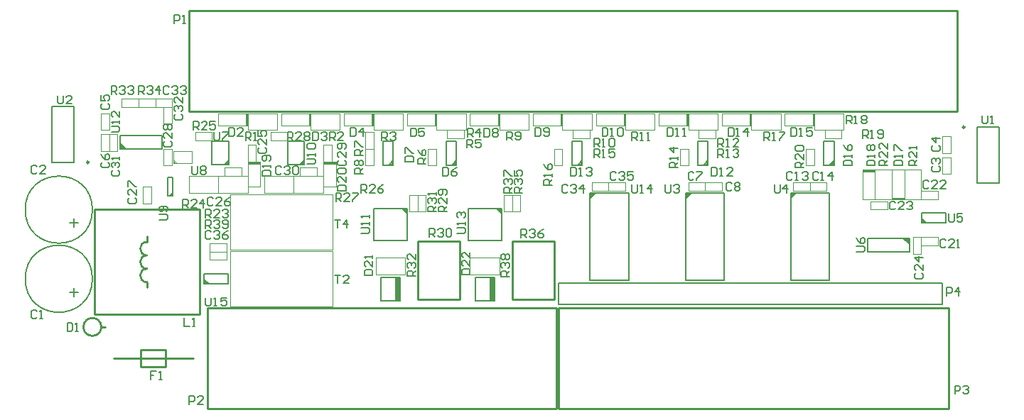
<source format=gto>
%FSLAX44Y44*%
%MOMM*%
G71*
G01*
G75*
G04 Layer_Color=65535*
%ADD10C,0.3000*%
%ADD11C,0.5000*%
%ADD12O,2.1500X0.6000*%
%ADD13R,3.0000X1.6000*%
%ADD14R,6.2000X5.8000*%
%ADD15O,0.7000X2.5000*%
%ADD16R,2.7000X1.0000*%
%ADD17R,2.7000X3.3000*%
%ADD18R,0.6300X0.8300*%
%ADD19R,1.0000X1.5000*%
G04:AMPARAMS|DCode=20|XSize=0.6mm|YSize=1.3mm|CornerRadius=0.15mm|HoleSize=0mm|Usage=FLASHONLY|Rotation=180.000|XOffset=0mm|YOffset=0mm|HoleType=Round|Shape=RoundedRectangle|*
%AMROUNDEDRECTD20*
21,1,0.6000,1.0000,0,0,180.0*
21,1,0.3000,1.3000,0,0,180.0*
1,1,0.3000,-0.1500,0.5000*
1,1,0.3000,0.1500,0.5000*
1,1,0.3000,0.1500,-0.5000*
1,1,0.3000,-0.1500,-0.5000*
%
%ADD20ROUNDEDRECTD20*%
%ADD21R,5.5000X3.2000*%
%ADD22R,0.6000X0.6000*%
%ADD23R,0.6000X0.6000*%
%ADD24R,0.9000X0.6000*%
%ADD25R,0.8300X0.6300*%
%ADD26R,1.0000X0.8000*%
%ADD27R,1.5000X2.1000*%
%ADD28R,3.0000X3.7500*%
%ADD29R,1.5000X1.0000*%
%ADD30R,0.6000X1.1000*%
%ADD31O,1.7000X0.3000*%
%ADD32R,0.4500X0.6000*%
%ADD33R,0.8000X0.4500*%
%ADD34C,1.8000*%
%ADD35C,2.0000*%
%ADD36C,0.7500*%
%ADD37C,1.0000*%
%ADD38C,1.5000*%
%ADD39C,0.2600*%
%ADD40C,0.2500*%
%ADD41C,2.5000*%
%ADD42C,1.5000*%
%ADD43R,1.5000X1.5000*%
%ADD44C,6.0000*%
%ADD45C,1.6000*%
%ADD46C,0.7000*%
%ADD47R,0.8000X1.0000*%
%ADD48C,0.7000*%
%ADD49C,0.1700*%
%ADD50C,0.2000*%
%ADD51C,0.2540*%
%ADD52C,0.1000*%
%ADD53C,0.1500*%
G36*
X675500Y252250D02*
X675500Y259500D01*
X682750Y259500D01*
X675500Y252250D01*
D02*
G37*
G36*
X914500Y252250D02*
Y259500D01*
X921750D01*
X914500Y252250D01*
D02*
G37*
G36*
X789500D02*
Y259500D01*
X796750D01*
X789500Y252250D01*
D02*
G37*
G36*
X335000Y293500D02*
X328000D01*
X335000Y300500D01*
X335000D01*
Y293500D01*
D02*
G37*
G36*
X245000Y293500D02*
X238000D01*
X245000Y300500D01*
X245000D01*
Y293500D01*
D02*
G37*
G36*
X178000Y256501D02*
X177999Y256500D01*
X173000D01*
X178000Y261500D01*
Y256501D01*
D02*
G37*
D40*
X1121750Y338500D02*
G03*
X1121750Y338500I-1250J0D01*
G01*
X78250Y296500D02*
G03*
X78250Y296500I-1250J0D01*
G01*
D49*
X530000Y203500D02*
Y241500D01*
X570000D01*
X530000Y203500D02*
X570000D01*
Y241500D01*
X568000D02*
X570000Y239500D01*
X566000Y241500D02*
X570000Y237500D01*
X564000Y241500D02*
X570000Y235500D01*
X417500Y203500D02*
Y241500D01*
X457500D01*
X417500Y203500D02*
X457500D01*
Y241500D01*
X455500D02*
X457500Y239500D01*
X453500Y241500D02*
X457500Y237500D01*
X451500Y241500D02*
X457500Y235500D01*
X1100000Y137500D02*
Y147497D01*
X1104998D01*
X1106665Y145831D01*
Y142498D01*
X1104998Y140832D01*
X1100000D01*
X1114995Y137500D02*
Y147497D01*
X1109997Y142498D01*
X1116661D01*
X1110000Y20000D02*
Y29997D01*
X1114998D01*
X1116665Y28331D01*
Y24998D01*
X1114998Y23332D01*
X1110000D01*
X1119997Y28331D02*
X1121663Y29997D01*
X1124995D01*
X1126661Y28331D01*
Y26665D01*
X1124995Y24998D01*
X1123329D01*
X1124995D01*
X1126661Y23332D01*
Y21666D01*
X1124995Y20000D01*
X1121663D01*
X1119997Y21666D01*
X197500Y7500D02*
Y17497D01*
X202498D01*
X204165Y15831D01*
Y12498D01*
X202498Y10832D01*
X197500D01*
X214161Y7500D02*
X207497D01*
X214161Y14165D01*
Y15831D01*
X212495Y17497D01*
X209163D01*
X207497Y15831D01*
X180000Y462500D02*
Y472497D01*
X184998D01*
X186665Y470831D01*
Y467498D01*
X184998Y465832D01*
X180000D01*
X189997Y462500D02*
X193329D01*
X191663D01*
Y472497D01*
X189997Y470831D01*
X16665Y118331D02*
X14998Y119997D01*
X11666D01*
X10000Y118331D01*
Y111666D01*
X11666Y110000D01*
X14998D01*
X16665Y111666D01*
X19997Y110000D02*
X23329D01*
X21663D01*
Y119997D01*
X19997Y118331D01*
X16665Y290831D02*
X14998Y292497D01*
X11666D01*
X10000Y290831D01*
Y284166D01*
X11666Y282500D01*
X14998D01*
X16665Y284166D01*
X26661Y282500D02*
X19997D01*
X26661Y289165D01*
Y290831D01*
X24995Y292497D01*
X21663D01*
X19997Y290831D01*
X1084169Y291665D02*
X1082503Y289998D01*
Y286666D01*
X1084169Y285000D01*
X1090834D01*
X1092500Y286666D01*
Y289998D01*
X1090834Y291665D01*
X1084169Y294997D02*
X1082503Y296663D01*
Y299995D01*
X1084169Y301661D01*
X1085835D01*
X1087502Y299995D01*
Y298329D01*
Y299995D01*
X1089168Y301661D01*
X1090834D01*
X1092500Y299995D01*
Y296663D01*
X1090834Y294997D01*
X1084169Y316665D02*
X1082503Y314998D01*
Y311666D01*
X1084169Y310000D01*
X1090834D01*
X1092500Y311666D01*
Y314998D01*
X1090834Y316665D01*
X1092500Y324995D02*
X1082503D01*
X1087502Y319997D01*
Y326661D01*
X94169Y366665D02*
X92503Y364998D01*
Y361666D01*
X94169Y360000D01*
X100834D01*
X102500Y361666D01*
Y364998D01*
X100834Y366665D01*
X92503Y376661D02*
Y369997D01*
X97502D01*
X95836Y373329D01*
Y374995D01*
X97502Y376661D01*
X100834D01*
X102500Y374995D01*
Y371663D01*
X100834Y369997D01*
X94169Y296665D02*
X92503Y294998D01*
Y291666D01*
X94169Y290000D01*
X100834D01*
X102500Y291666D01*
Y294998D01*
X100834Y296665D01*
X92503Y306661D02*
X94169Y303329D01*
X97502Y299997D01*
X100834D01*
X102500Y301663D01*
Y304995D01*
X100834Y306661D01*
X99168D01*
X97502Y304995D01*
Y299997D01*
X799165Y283331D02*
X797498Y284997D01*
X794166D01*
X792500Y283331D01*
Y276666D01*
X794166Y275000D01*
X797498D01*
X799165Y276666D01*
X802497Y284997D02*
X809161D01*
Y283331D01*
X802497Y276666D01*
Y275000D01*
X844165Y270831D02*
X842498Y272497D01*
X839166D01*
X837500Y270831D01*
Y264166D01*
X839166Y262500D01*
X842498D01*
X844165Y264166D01*
X847497Y270831D02*
X849163Y272497D01*
X852495D01*
X854161Y270831D01*
Y269165D01*
X852495Y267498D01*
X854161Y265832D01*
Y264166D01*
X852495Y262500D01*
X849163D01*
X847497Y264166D01*
Y265832D01*
X849163Y267498D01*
X847497Y269165D01*
Y270831D01*
X849163Y267498D02*
X852495D01*
X916665Y283331D02*
X914998Y284997D01*
X911666D01*
X910000Y283331D01*
Y276666D01*
X911666Y275000D01*
X914998D01*
X916665Y276666D01*
X919997Y275000D02*
X923329D01*
X921663D01*
Y284997D01*
X919997Y283331D01*
X928327D02*
X929994Y284997D01*
X933326D01*
X934992Y283331D01*
Y281665D01*
X933326Y279998D01*
X931660D01*
X933326D01*
X934992Y278332D01*
Y276666D01*
X933326Y275000D01*
X929994D01*
X928327Y276666D01*
X947414Y283331D02*
X945748Y284997D01*
X942416D01*
X940750Y283331D01*
Y276666D01*
X942416Y275000D01*
X945748D01*
X947414Y276666D01*
X950747Y275000D02*
X954079D01*
X952413D01*
Y284997D01*
X950747Y283331D01*
X964076Y275000D02*
Y284997D01*
X959077Y279998D01*
X965742D01*
X1099165Y203331D02*
X1097498Y204997D01*
X1094166D01*
X1092500Y203331D01*
Y196666D01*
X1094166Y195000D01*
X1097498D01*
X1099165Y196666D01*
X1109161Y195000D02*
X1102497D01*
X1109161Y201665D01*
Y203331D01*
X1107495Y204997D01*
X1104163D01*
X1102497Y203331D01*
X1112494Y195000D02*
X1115826D01*
X1114160D01*
Y204997D01*
X1112494Y203331D01*
X1079165Y273331D02*
X1077498Y274997D01*
X1074166D01*
X1072500Y273331D01*
Y266666D01*
X1074166Y265000D01*
X1077498D01*
X1079165Y266666D01*
X1089161Y265000D02*
X1082497D01*
X1089161Y271665D01*
Y273331D01*
X1087495Y274997D01*
X1084163D01*
X1082497Y273331D01*
X1099158Y265000D02*
X1092494D01*
X1099158Y271665D01*
Y273331D01*
X1097492Y274997D01*
X1094160D01*
X1092494Y273331D01*
X1039165Y248331D02*
X1037498Y249997D01*
X1034166D01*
X1032500Y248331D01*
Y241666D01*
X1034166Y240000D01*
X1037498D01*
X1039165Y241666D01*
X1049161Y240000D02*
X1042497D01*
X1049161Y246665D01*
Y248331D01*
X1047495Y249997D01*
X1044163D01*
X1042497Y248331D01*
X1052494D02*
X1054160Y249997D01*
X1057492D01*
X1059158Y248331D01*
Y246665D01*
X1057492Y244998D01*
X1055826D01*
X1057492D01*
X1059158Y243332D01*
Y241666D01*
X1057492Y240000D01*
X1054160D01*
X1052494Y241666D01*
X1064169Y164165D02*
X1062503Y162498D01*
Y159166D01*
X1064169Y157500D01*
X1070834D01*
X1072500Y159166D01*
Y162498D01*
X1070834Y164165D01*
X1072500Y174161D02*
Y167497D01*
X1065835Y174161D01*
X1064169D01*
X1062503Y172495D01*
Y169163D01*
X1064169Y167497D01*
X1072500Y182492D02*
X1062503D01*
X1067502Y177493D01*
Y184158D01*
X281669Y314165D02*
X280003Y312498D01*
Y309166D01*
X281669Y307500D01*
X288334D01*
X290000Y309166D01*
Y312498D01*
X288334Y314165D01*
X290000Y324161D02*
Y317497D01*
X283335Y324161D01*
X281669D01*
X280003Y322495D01*
Y319163D01*
X281669Y317497D01*
X280003Y334158D02*
Y327494D01*
X285002D01*
X283335Y330826D01*
Y332492D01*
X285002Y334158D01*
X288334D01*
X290000Y332492D01*
Y329160D01*
X288334Y327494D01*
X226665Y253331D02*
X224998Y254997D01*
X221666D01*
X220000Y253331D01*
Y246666D01*
X221666Y245000D01*
X224998D01*
X226665Y246666D01*
X236661Y245000D02*
X229997D01*
X236661Y251665D01*
Y253331D01*
X234995Y254997D01*
X231663D01*
X229997Y253331D01*
X246658Y254997D02*
X243326Y253331D01*
X239994Y249998D01*
Y246666D01*
X241660Y245000D01*
X244992D01*
X246658Y246666D01*
Y248332D01*
X244992Y249998D01*
X239994D01*
X126669Y254165D02*
X125003Y252498D01*
Y249166D01*
X126669Y247500D01*
X133334D01*
X135000Y249166D01*
Y252498D01*
X133334Y254165D01*
X135000Y264161D02*
Y257497D01*
X128336Y264161D01*
X126669D01*
X125003Y262495D01*
Y259163D01*
X126669Y257497D01*
X125003Y267493D02*
Y274158D01*
X126669D01*
X133334Y267493D01*
X135000D01*
X169169Y321665D02*
X167503Y319998D01*
Y316666D01*
X169169Y315000D01*
X175834D01*
X177500Y316666D01*
Y319998D01*
X175834Y321665D01*
X177500Y331661D02*
Y324997D01*
X170835Y331661D01*
X169169D01*
X167503Y329995D01*
Y326663D01*
X169169Y324997D01*
Y334994D02*
X167503Y336660D01*
Y339992D01*
X169169Y341658D01*
X170835D01*
X172502Y339992D01*
X174168Y341658D01*
X175834D01*
X177500Y339992D01*
Y336660D01*
X175834Y334994D01*
X174168D01*
X172502Y336660D01*
X170835Y334994D01*
X169169D01*
X172502Y336660D02*
Y339992D01*
X376669Y299165D02*
X375003Y297498D01*
Y294166D01*
X376669Y292500D01*
X383334D01*
X385000Y294166D01*
Y297498D01*
X383334Y299165D01*
X385000Y309161D02*
Y302497D01*
X378335Y309161D01*
X376669D01*
X375003Y307495D01*
Y304163D01*
X376669Y302497D01*
X383334Y312494D02*
X385000Y314160D01*
Y317492D01*
X383334Y319158D01*
X376669D01*
X375003Y317492D01*
Y314160D01*
X376669Y312494D01*
X378335D01*
X380002Y314160D01*
Y319158D01*
X307915Y290331D02*
X306248Y291997D01*
X302916D01*
X301250Y290331D01*
Y283666D01*
X302916Y282000D01*
X306248D01*
X307915Y283666D01*
X311247Y290331D02*
X312913Y291997D01*
X316245D01*
X317911Y290331D01*
Y288664D01*
X316245Y286998D01*
X314579D01*
X316245D01*
X317911Y285332D01*
Y283666D01*
X316245Y282000D01*
X312913D01*
X311247Y283666D01*
X321244Y290331D02*
X322910Y291997D01*
X326242D01*
X327908Y290331D01*
Y283666D01*
X326242Y282000D01*
X322910D01*
X321244Y283666D01*
Y290331D01*
X106669Y286665D02*
X105003Y284998D01*
Y281666D01*
X106669Y280000D01*
X113334D01*
X115000Y281666D01*
Y284998D01*
X113334Y286665D01*
X106669Y289997D02*
X105003Y291663D01*
Y294995D01*
X106669Y296661D01*
X108336D01*
X110002Y294995D01*
Y293329D01*
Y294995D01*
X111668Y296661D01*
X113334D01*
X115000Y294995D01*
Y291663D01*
X113334Y289997D01*
X115000Y299994D02*
Y303326D01*
Y301660D01*
X105003D01*
X106669Y299994D01*
X181669Y354165D02*
X180003Y352498D01*
Y349166D01*
X181669Y347500D01*
X188334D01*
X190000Y349166D01*
Y352498D01*
X188334Y354165D01*
X181669Y357497D02*
X180003Y359163D01*
Y362495D01*
X181669Y364161D01*
X183335D01*
X185002Y362495D01*
Y360829D01*
Y362495D01*
X186668Y364161D01*
X188334D01*
X190000Y362495D01*
Y359163D01*
X188334Y357497D01*
X190000Y374158D02*
Y367494D01*
X183335Y374158D01*
X181669D01*
X180003Y372492D01*
Y369160D01*
X181669Y367494D01*
X174165Y385831D02*
X172498Y387497D01*
X169166D01*
X167500Y385831D01*
Y379166D01*
X169166Y377500D01*
X172498D01*
X174165Y379166D01*
X177497Y385831D02*
X179163Y387497D01*
X182495D01*
X184161Y385831D01*
Y384165D01*
X182495Y382498D01*
X180829D01*
X182495D01*
X184161Y380832D01*
Y379166D01*
X182495Y377500D01*
X179163D01*
X177497Y379166D01*
X187494Y385831D02*
X189160Y387497D01*
X192492D01*
X194158Y385831D01*
Y384165D01*
X192492Y382498D01*
X190826D01*
X192492D01*
X194158Y380832D01*
Y379166D01*
X192492Y377500D01*
X189160D01*
X187494Y379166D01*
X649165Y268331D02*
X647498Y269997D01*
X644166D01*
X642500Y268331D01*
Y261666D01*
X644166Y260000D01*
X647498D01*
X649165Y261666D01*
X652497Y268331D02*
X654163Y269997D01*
X657495D01*
X659161Y268331D01*
Y266665D01*
X657495Y264998D01*
X655829D01*
X657495D01*
X659161Y263332D01*
Y261666D01*
X657495Y260000D01*
X654163D01*
X652497Y261666D01*
X667492Y260000D02*
Y269997D01*
X662494Y264998D01*
X669158D01*
X706665Y283331D02*
X704998Y284997D01*
X701666D01*
X700000Y283331D01*
Y276666D01*
X701666Y275000D01*
X704998D01*
X706665Y276666D01*
X709997Y283331D02*
X711663Y284997D01*
X714995D01*
X716661Y283331D01*
Y281665D01*
X714995Y279998D01*
X713329D01*
X714995D01*
X716661Y278332D01*
Y276666D01*
X714995Y275000D01*
X711663D01*
X709997Y276666D01*
X726658Y284997D02*
X719994D01*
Y279998D01*
X723326Y281665D01*
X724992D01*
X726658Y279998D01*
Y276666D01*
X724992Y275000D01*
X721660D01*
X719994Y276666D01*
X224165Y213331D02*
X222498Y214997D01*
X219166D01*
X217500Y213331D01*
Y206666D01*
X219166Y205000D01*
X222498D01*
X224165Y206666D01*
X227497Y213331D02*
X229163Y214997D01*
X232495D01*
X234161Y213331D01*
Y211665D01*
X232495Y209998D01*
X230829D01*
X232495D01*
X234161Y208332D01*
Y206666D01*
X232495Y205000D01*
X229163D01*
X227497Y206666D01*
X244158Y214997D02*
X240826Y213331D01*
X237494Y209998D01*
Y206666D01*
X239160Y205000D01*
X242492D01*
X244158Y206666D01*
Y208332D01*
X242492Y209998D01*
X237494D01*
X52500Y104997D02*
Y95000D01*
X57498D01*
X59165Y96666D01*
Y103331D01*
X57498Y104997D01*
X52500D01*
X62497Y95000D02*
X65829D01*
X64163D01*
Y104997D01*
X62497Y103331D01*
X245000Y337497D02*
Y327500D01*
X249998D01*
X251665Y329166D01*
Y335831D01*
X249998Y337497D01*
X245000D01*
X261661Y327500D02*
X254997D01*
X261661Y334165D01*
Y335831D01*
X259995Y337497D01*
X256663D01*
X254997Y335831D01*
X345000Y332497D02*
Y322500D01*
X349998D01*
X351665Y324166D01*
Y330831D01*
X349998Y332497D01*
X345000D01*
X354997Y330831D02*
X356663Y332497D01*
X359995D01*
X361661Y330831D01*
Y329165D01*
X359995Y327498D01*
X358329D01*
X359995D01*
X361661Y325832D01*
Y324166D01*
X359995Y322500D01*
X356663D01*
X354997Y324166D01*
X390000Y337497D02*
Y327500D01*
X394998D01*
X396665Y329166D01*
Y335831D01*
X394998Y337497D01*
X390000D01*
X404995Y327500D02*
Y337497D01*
X399997Y332498D01*
X406661D01*
X461500Y337247D02*
Y327250D01*
X466498D01*
X468164Y328916D01*
Y335581D01*
X466498Y337247D01*
X461500D01*
X478161D02*
X471497D01*
Y332248D01*
X474829Y333914D01*
X476495D01*
X478161Y332248D01*
Y328916D01*
X476495Y327250D01*
X473163D01*
X471497Y328916D01*
X500000Y289997D02*
Y280000D01*
X504998D01*
X506665Y281666D01*
Y288331D01*
X504998Y289997D01*
X500000D01*
X516661D02*
X513329Y288331D01*
X509997Y284998D01*
Y281666D01*
X511663Y280000D01*
X514995D01*
X516661Y281666D01*
Y283332D01*
X514995Y284998D01*
X509997D01*
X455003Y297500D02*
X465000D01*
Y302498D01*
X463334Y304165D01*
X456669D01*
X455003Y302498D01*
Y297500D01*
Y307497D02*
Y314161D01*
X456669D01*
X463334Y307497D01*
X465000D01*
X549250Y336747D02*
Y326750D01*
X554248D01*
X555914Y328416D01*
Y335081D01*
X554248Y336747D01*
X549250D01*
X559247Y335081D02*
X560913Y336747D01*
X564245D01*
X565911Y335081D01*
Y333414D01*
X564245Y331748D01*
X565911Y330082D01*
Y328416D01*
X564245Y326750D01*
X560913D01*
X559247Y328416D01*
Y330082D01*
X560913Y331748D01*
X559247Y333414D01*
Y335081D01*
X560913Y331748D02*
X564245D01*
X610000Y337497D02*
Y327500D01*
X614998D01*
X616665Y329166D01*
Y335831D01*
X614998Y337497D01*
X610000D01*
X619997Y329166D02*
X621663Y327500D01*
X624995D01*
X626661Y329166D01*
Y335831D01*
X624995Y337497D01*
X621663D01*
X619997Y335831D01*
Y334165D01*
X621663Y332498D01*
X626661D01*
X690000Y337497D02*
Y327500D01*
X694998D01*
X696665Y329166D01*
Y335831D01*
X694998Y337497D01*
X690000D01*
X699997Y327500D02*
X703329D01*
X701663D01*
Y337497D01*
X699997Y335831D01*
X708327D02*
X709994Y337497D01*
X713326D01*
X714992Y335831D01*
Y329166D01*
X713326Y327500D01*
X709994D01*
X708327Y329166D01*
Y335831D01*
X767500Y337497D02*
Y327500D01*
X772498D01*
X774165Y329166D01*
Y335831D01*
X772498Y337497D01*
X767500D01*
X777497Y327500D02*
X780829D01*
X779163D01*
Y337497D01*
X777497Y335831D01*
X785827Y327500D02*
X789160D01*
X787494D01*
Y337497D01*
X785827Y335831D01*
X820000Y290497D02*
Y280500D01*
X824998D01*
X826665Y282166D01*
Y288831D01*
X824998Y290497D01*
X820000D01*
X829997Y280500D02*
X833329D01*
X831663D01*
Y290497D01*
X829997Y288831D01*
X844992Y280500D02*
X838327D01*
X844992Y287164D01*
Y288831D01*
X843326Y290497D01*
X839994D01*
X838327Y288831D01*
X652500Y289997D02*
Y280000D01*
X657498D01*
X659165Y281666D01*
Y288331D01*
X657498Y289997D01*
X652500D01*
X662497Y280000D02*
X665829D01*
X664163D01*
Y289997D01*
X662497Y288331D01*
X670827D02*
X672494Y289997D01*
X675826D01*
X677492Y288331D01*
Y286665D01*
X675826Y284998D01*
X674160D01*
X675826D01*
X677492Y283332D01*
Y281666D01*
X675826Y280000D01*
X672494D01*
X670827Y281666D01*
X840000Y337497D02*
Y327500D01*
X844998D01*
X846665Y329166D01*
Y335831D01*
X844998Y337497D01*
X840000D01*
X849997Y327500D02*
X853329D01*
X851663D01*
Y337497D01*
X849997Y335831D01*
X863326Y327500D02*
Y337497D01*
X858327Y332498D01*
X864992D01*
X915000Y337497D02*
Y327500D01*
X919998D01*
X921665Y329166D01*
Y335831D01*
X919998Y337497D01*
X915000D01*
X924997Y327500D02*
X928329D01*
X926663D01*
Y337497D01*
X924997Y335831D01*
X939992Y337497D02*
X933327D01*
Y332498D01*
X936660Y334165D01*
X938326D01*
X939992Y332498D01*
Y329166D01*
X938326Y327500D01*
X934994D01*
X933327Y329166D01*
X977503Y292500D02*
X987500D01*
Y297498D01*
X985834Y299165D01*
X979169D01*
X977503Y297498D01*
Y292500D01*
X987500Y302497D02*
Y305829D01*
Y304163D01*
X977503D01*
X979169Y302497D01*
X977503Y317492D02*
X979169Y314160D01*
X982502Y310827D01*
X985834D01*
X987500Y312494D01*
Y315826D01*
X985834Y317492D01*
X984168D01*
X982502Y315826D01*
Y310827D01*
X1037503Y292500D02*
X1047500D01*
Y297498D01*
X1045834Y299165D01*
X1039169D01*
X1037503Y297498D01*
Y292500D01*
X1047500Y302497D02*
Y305829D01*
Y304163D01*
X1037503D01*
X1039169Y302497D01*
X1037503Y310827D02*
Y317492D01*
X1039169D01*
X1045834Y310827D01*
X1047500D01*
X1005003Y292500D02*
X1015000D01*
Y297498D01*
X1013334Y299165D01*
X1006669D01*
X1005003Y297498D01*
Y292500D01*
X1015000Y302497D02*
Y305829D01*
Y304163D01*
X1005003D01*
X1006669Y302497D01*
Y310827D02*
X1005003Y312494D01*
Y315826D01*
X1006669Y317492D01*
X1008335D01*
X1010002Y315826D01*
X1011668Y317492D01*
X1013334D01*
X1015000Y315826D01*
Y312494D01*
X1013334Y310827D01*
X1011668D01*
X1010002Y312494D01*
X1008335Y310827D01*
X1006669D01*
X1010002Y312494D02*
Y315826D01*
X285003Y280000D02*
X295000D01*
Y284998D01*
X293334Y286665D01*
X286669D01*
X285003Y284998D01*
Y280000D01*
X295000Y289997D02*
Y293329D01*
Y291663D01*
X285003D01*
X286669Y289997D01*
X293334Y298327D02*
X295000Y299994D01*
Y303326D01*
X293334Y304992D01*
X286669D01*
X285003Y303326D01*
Y299994D01*
X286669Y298327D01*
X288335D01*
X290002Y299994D01*
Y304992D01*
X375003Y262500D02*
X385000D01*
Y267498D01*
X383334Y269165D01*
X376669D01*
X375003Y267498D01*
Y262500D01*
X385000Y279161D02*
Y272497D01*
X378335Y279161D01*
X376669D01*
X375003Y277495D01*
Y274163D01*
X376669Y272497D01*
Y282494D02*
X375003Y284160D01*
Y287492D01*
X376669Y289158D01*
X383334D01*
X385000Y287492D01*
Y284160D01*
X383334Y282494D01*
X376669D01*
X406503Y162000D02*
X416500D01*
Y166999D01*
X414834Y168665D01*
X408170D01*
X406503Y166999D01*
Y162000D01*
X416500Y178661D02*
Y171997D01*
X409836Y178661D01*
X408170D01*
X406503Y176995D01*
Y173663D01*
X408170Y171997D01*
X416500Y181994D02*
Y185326D01*
Y183660D01*
X406503D01*
X408170Y181994D01*
X522503Y162500D02*
X532500D01*
Y167498D01*
X530834Y169165D01*
X524169D01*
X522503Y167498D01*
Y162500D01*
X532500Y179161D02*
Y172497D01*
X525835Y179161D01*
X524169D01*
X522503Y177495D01*
Y174163D01*
X524169Y172497D01*
X532500Y189158D02*
Y182494D01*
X525835Y189158D01*
X524169D01*
X522503Y187492D01*
Y184160D01*
X524169Y182494D01*
X158914Y47247D02*
X152250D01*
Y42248D01*
X155582D01*
X152250D01*
Y37250D01*
X162247D02*
X165579D01*
X163913D01*
Y47247D01*
X162247Y45581D01*
X191500Y110497D02*
Y100500D01*
X198165D01*
X201497D02*
X204829D01*
X203163D01*
Y110497D01*
X201497Y108831D01*
X265000Y322500D02*
Y332497D01*
X269998D01*
X271665Y330831D01*
Y327498D01*
X269998Y325832D01*
X265000D01*
X268332D02*
X271665Y322500D01*
X274997D02*
X278329D01*
X276663D01*
Y332497D01*
X274997Y330831D01*
X365000Y322500D02*
Y332497D01*
X369998D01*
X371665Y330831D01*
Y327498D01*
X369998Y325832D01*
X365000D01*
X368332D02*
X371665Y322500D01*
X381661D02*
X374997D01*
X381661Y329165D01*
Y330831D01*
X379995Y332497D01*
X376663D01*
X374997Y330831D01*
X427500Y322500D02*
Y332497D01*
X432498D01*
X434165Y330831D01*
Y327498D01*
X432498Y325832D01*
X427500D01*
X430832D02*
X434165Y322500D01*
X437497Y330831D02*
X439163Y332497D01*
X442495D01*
X444161Y330831D01*
Y329165D01*
X442495Y327498D01*
X440829D01*
X442495D01*
X444161Y325832D01*
Y324166D01*
X442495Y322500D01*
X439163D01*
X437497Y324166D01*
X529250Y326750D02*
Y336747D01*
X534248D01*
X535914Y335081D01*
Y331748D01*
X534248Y330082D01*
X529250D01*
X532582D02*
X535914Y326750D01*
X544245D02*
Y336747D01*
X539247Y331748D01*
X545911D01*
X528750Y313750D02*
Y323747D01*
X533748D01*
X535415Y322081D01*
Y318748D01*
X533748Y317082D01*
X528750D01*
X532082D02*
X535415Y313750D01*
X545411Y323747D02*
X538747D01*
Y318748D01*
X542079Y320415D01*
X543745D01*
X545411Y318748D01*
Y315416D01*
X543745Y313750D01*
X540413D01*
X538747Y315416D01*
X480000Y295000D02*
X470003D01*
Y299998D01*
X471669Y301665D01*
X475002D01*
X476668Y299998D01*
Y295000D01*
Y298332D02*
X480000Y301665D01*
X470003Y311661D02*
X471669Y308329D01*
X475002Y304997D01*
X478334D01*
X480000Y306663D01*
Y309995D01*
X478334Y311661D01*
X476668D01*
X475002Y309995D01*
Y304997D01*
X405000Y305000D02*
X395003D01*
Y309998D01*
X396669Y311665D01*
X400002D01*
X401668Y309998D01*
Y305000D01*
Y308332D02*
X405000Y311665D01*
X395003Y314997D02*
Y321661D01*
X396669D01*
X403334Y314997D01*
X405000D01*
Y282500D02*
X395003D01*
Y287498D01*
X396669Y289165D01*
X400002D01*
X401668Y287498D01*
Y282500D01*
Y285832D02*
X405000Y289165D01*
X396669Y292497D02*
X395003Y294163D01*
Y297495D01*
X396669Y299161D01*
X398335D01*
X400002Y297495D01*
X401668Y299161D01*
X403334D01*
X405000Y297495D01*
Y294163D01*
X403334Y292497D01*
X401668D01*
X400002Y294163D01*
X398335Y292497D01*
X396669D01*
X400002Y294163D02*
Y297495D01*
X576250Y323000D02*
Y332997D01*
X581248D01*
X582915Y331331D01*
Y327998D01*
X581248Y326332D01*
X576250D01*
X579582D02*
X582915Y323000D01*
X586247Y324666D02*
X587913Y323000D01*
X591245D01*
X592911Y324666D01*
Y331331D01*
X591245Y332997D01*
X587913D01*
X586247Y331331D01*
Y329664D01*
X587913Y327998D01*
X592911D01*
X680000Y315000D02*
Y324997D01*
X684998D01*
X686665Y323331D01*
Y319998D01*
X684998Y318332D01*
X680000D01*
X683332D02*
X686665Y315000D01*
X689997D02*
X693329D01*
X691663D01*
Y324997D01*
X689997Y323331D01*
X698327D02*
X699994Y324997D01*
X703326D01*
X704992Y323331D01*
Y316666D01*
X703326Y315000D01*
X699994D01*
X698327Y316666D01*
Y323331D01*
X725000Y322500D02*
Y332497D01*
X729998D01*
X731665Y330831D01*
Y327498D01*
X729998Y325832D01*
X725000D01*
X728332D02*
X731665Y322500D01*
X734997D02*
X738329D01*
X736663D01*
Y332497D01*
X734997Y330831D01*
X743327Y322500D02*
X746660D01*
X744994D01*
Y332497D01*
X743327Y330831D01*
X827500Y315000D02*
Y324997D01*
X832498D01*
X834165Y323331D01*
Y319998D01*
X832498Y318332D01*
X827500D01*
X830832D02*
X834165Y315000D01*
X837497D02*
X840829D01*
X839163D01*
Y324997D01*
X837497Y323331D01*
X852492Y315000D02*
X845827D01*
X852492Y321665D01*
Y323331D01*
X850826Y324997D01*
X847494D01*
X845827Y323331D01*
X827500Y302500D02*
Y312497D01*
X832498D01*
X834165Y310831D01*
Y307498D01*
X832498Y305832D01*
X827500D01*
X830832D02*
X834165Y302500D01*
X837497D02*
X840829D01*
X839163D01*
Y312497D01*
X837497Y310831D01*
X845827D02*
X847494Y312497D01*
X850826D01*
X852492Y310831D01*
Y309165D01*
X850826Y307498D01*
X849160D01*
X850826D01*
X852492Y305832D01*
Y304166D01*
X850826Y302500D01*
X847494D01*
X845827Y304166D01*
X780000Y290000D02*
X770003D01*
Y294998D01*
X771669Y296665D01*
X775002D01*
X776668Y294998D01*
Y290000D01*
Y293332D02*
X780000Y296665D01*
Y299997D02*
Y303329D01*
Y301663D01*
X770003D01*
X771669Y299997D01*
X780000Y313326D02*
X770003D01*
X775002Y308327D01*
Y314992D01*
X680000Y302500D02*
Y312497D01*
X684998D01*
X686665Y310831D01*
Y307498D01*
X684998Y305832D01*
X680000D01*
X683332D02*
X686665Y302500D01*
X689997D02*
X693329D01*
X691663D01*
Y312497D01*
X689997Y310831D01*
X704992Y312497D02*
X698327D01*
Y307498D01*
X701660Y309165D01*
X703326D01*
X704992Y307498D01*
Y304166D01*
X703326Y302500D01*
X699994D01*
X698327Y304166D01*
X630000Y269500D02*
X620003D01*
Y274498D01*
X621669Y276164D01*
X625002D01*
X626668Y274498D01*
Y269500D01*
Y272832D02*
X630000Y276164D01*
Y279497D02*
Y282829D01*
Y281163D01*
X620003D01*
X621669Y279497D01*
X620003Y294492D02*
X621669Y291160D01*
X625002Y287827D01*
X628334D01*
X630000Y289494D01*
Y292826D01*
X628334Y294492D01*
X626668D01*
X625002Y292826D01*
Y287827D01*
X882500Y322500D02*
Y332497D01*
X887498D01*
X889165Y330831D01*
Y327498D01*
X887498Y325832D01*
X882500D01*
X885832D02*
X889165Y322500D01*
X892497D02*
X895829D01*
X894163D01*
Y332497D01*
X892497Y330831D01*
X900827Y332497D02*
X907492D01*
Y330831D01*
X900827Y324166D01*
Y322500D01*
X980500Y342500D02*
Y352497D01*
X985498D01*
X987165Y350831D01*
Y347498D01*
X985498Y345832D01*
X980500D01*
X983832D02*
X987165Y342500D01*
X990497D02*
X993829D01*
X992163D01*
Y352497D01*
X990497Y350831D01*
X998827D02*
X1000494Y352497D01*
X1003826D01*
X1005492Y350831D01*
Y349165D01*
X1003826Y347498D01*
X1005492Y345832D01*
Y344166D01*
X1003826Y342500D01*
X1000494D01*
X998827Y344166D01*
Y345832D01*
X1000494Y347498D01*
X998827Y349165D01*
Y350831D01*
X1000494Y347498D02*
X1003826D01*
X1000000Y325000D02*
Y334997D01*
X1004998D01*
X1006665Y333331D01*
Y329998D01*
X1004998Y328332D01*
X1000000D01*
X1003332D02*
X1006665Y325000D01*
X1009997D02*
X1013329D01*
X1011663D01*
Y334997D01*
X1009997Y333331D01*
X1018327Y326666D02*
X1019994Y325000D01*
X1023326D01*
X1024992Y326666D01*
Y333331D01*
X1023326Y334997D01*
X1019994D01*
X1018327Y333331D01*
Y331665D01*
X1019994Y329998D01*
X1024992D01*
X930000Y290000D02*
X920003D01*
Y294998D01*
X921669Y296665D01*
X925002D01*
X926668Y294998D01*
Y290000D01*
Y293332D02*
X930000Y296665D01*
Y306661D02*
Y299997D01*
X923335Y306661D01*
X921669D01*
X920003Y304995D01*
Y301663D01*
X921669Y299997D01*
Y309994D02*
X920003Y311660D01*
Y314992D01*
X921669Y316658D01*
X928334D01*
X930000Y314992D01*
Y311660D01*
X928334Y309994D01*
X921669D01*
X1065000Y292500D02*
X1055003D01*
Y297498D01*
X1056669Y299165D01*
X1060002D01*
X1061668Y297498D01*
Y292500D01*
Y295832D02*
X1065000Y299165D01*
Y309161D02*
Y302497D01*
X1058335Y309161D01*
X1056669D01*
X1055003Y307495D01*
Y304163D01*
X1056669Y302497D01*
X1065000Y312494D02*
Y315826D01*
Y314160D01*
X1055003D01*
X1056669Y312494D01*
X1030000Y292500D02*
X1020003D01*
Y297498D01*
X1021669Y299165D01*
X1025002D01*
X1026668Y297498D01*
Y292500D01*
Y295832D02*
X1030000Y299165D01*
Y309161D02*
Y302497D01*
X1023335Y309161D01*
X1021669D01*
X1020003Y307495D01*
Y304163D01*
X1021669Y302497D01*
X1030000Y319158D02*
Y312494D01*
X1023335Y319158D01*
X1021669D01*
X1020003Y317492D01*
Y314160D01*
X1021669Y312494D01*
X217500Y230000D02*
Y239997D01*
X222498D01*
X224165Y238331D01*
Y234998D01*
X222498Y233332D01*
X217500D01*
X220832D02*
X224165Y230000D01*
X234161D02*
X227497D01*
X234161Y236665D01*
Y238331D01*
X232495Y239997D01*
X229163D01*
X227497Y238331D01*
X237494D02*
X239160Y239997D01*
X242492D01*
X244158Y238331D01*
Y236665D01*
X242492Y234998D01*
X240826D01*
X242492D01*
X244158Y233332D01*
Y231666D01*
X242492Y230000D01*
X239160D01*
X237494Y231666D01*
X190000Y242500D02*
Y252497D01*
X194998D01*
X196665Y250831D01*
Y247498D01*
X194998Y245832D01*
X190000D01*
X193332D02*
X196665Y242500D01*
X206661D02*
X199997D01*
X206661Y249165D01*
Y250831D01*
X204995Y252497D01*
X201663D01*
X199997Y250831D01*
X214992Y242500D02*
Y252497D01*
X209994Y247498D01*
X216658D01*
X202500Y335000D02*
Y344997D01*
X207498D01*
X209165Y343331D01*
Y339998D01*
X207498Y338332D01*
X202500D01*
X205832D02*
X209165Y335000D01*
X219161D02*
X212497D01*
X219161Y341665D01*
Y343331D01*
X217495Y344997D01*
X214163D01*
X212497Y343331D01*
X229158Y344997D02*
X222494D01*
Y339998D01*
X225826Y341665D01*
X227492D01*
X229158Y339998D01*
Y336666D01*
X227492Y335000D01*
X224160D01*
X222494Y336666D01*
X402500Y260000D02*
Y269997D01*
X407498D01*
X409165Y268331D01*
Y264998D01*
X407498Y263332D01*
X402500D01*
X405832D02*
X409165Y260000D01*
X419161D02*
X412497D01*
X419161Y266665D01*
Y268331D01*
X417495Y269997D01*
X414163D01*
X412497Y268331D01*
X429158Y269997D02*
X425826Y268331D01*
X422494Y264998D01*
Y261666D01*
X424160Y260000D01*
X427492D01*
X429158Y261666D01*
Y263332D01*
X427492Y264998D01*
X422494D01*
X372500Y250000D02*
Y259997D01*
X377498D01*
X379165Y258331D01*
Y254998D01*
X377498Y253332D01*
X372500D01*
X375832D02*
X379165Y250000D01*
X389161D02*
X382497D01*
X389161Y256665D01*
Y258331D01*
X387495Y259997D01*
X384163D01*
X382497Y258331D01*
X392494Y259997D02*
X399158D01*
Y258331D01*
X392494Y251666D01*
Y250000D01*
X315000Y322500D02*
Y332497D01*
X319998D01*
X321665Y330831D01*
Y327498D01*
X319998Y325832D01*
X315000D01*
X318332D02*
X321665Y322500D01*
X331661D02*
X324997D01*
X331661Y329165D01*
Y330831D01*
X329995Y332497D01*
X326663D01*
X324997Y330831D01*
X334994D02*
X336660Y332497D01*
X339992D01*
X341658Y330831D01*
Y329165D01*
X339992Y327498D01*
X341658Y325832D01*
Y324166D01*
X339992Y322500D01*
X336660D01*
X334994Y324166D01*
Y325832D01*
X336660Y327498D01*
X334994Y329165D01*
Y330831D01*
X336660Y327498D02*
X339992D01*
X505000Y237500D02*
X495003D01*
Y242498D01*
X496669Y244165D01*
X500002D01*
X501668Y242498D01*
Y237500D01*
Y240832D02*
X505000Y244165D01*
Y254161D02*
Y247497D01*
X498335Y254161D01*
X496669D01*
X495003Y252495D01*
Y249163D01*
X496669Y247497D01*
X503334Y257494D02*
X505000Y259160D01*
Y262492D01*
X503334Y264158D01*
X496669D01*
X495003Y262492D01*
Y259160D01*
X496669Y257494D01*
X498335D01*
X500002Y259160D01*
Y264158D01*
X483750Y207750D02*
Y217747D01*
X488748D01*
X490415Y216081D01*
Y212748D01*
X488748Y211082D01*
X483750D01*
X487082D02*
X490415Y207750D01*
X493747Y216081D02*
X495413Y217747D01*
X498745D01*
X500411Y216081D01*
Y214415D01*
X498745Y212748D01*
X497079D01*
X498745D01*
X500411Y211082D01*
Y209416D01*
X498745Y207750D01*
X495413D01*
X493747Y209416D01*
X503744Y216081D02*
X505410Y217747D01*
X508742D01*
X510408Y216081D01*
Y209416D01*
X508742Y207750D01*
X505410D01*
X503744Y209416D01*
Y216081D01*
X492500Y237500D02*
X482503D01*
Y242498D01*
X484169Y244165D01*
X487502D01*
X489168Y242498D01*
Y237500D01*
Y240832D02*
X492500Y244165D01*
X484169Y247497D02*
X482503Y249163D01*
Y252495D01*
X484169Y254161D01*
X485835D01*
X487502Y252495D01*
Y250829D01*
Y252495D01*
X489168Y254161D01*
X490834D01*
X492500Y252495D01*
Y249163D01*
X490834Y247497D01*
X492500Y257494D02*
Y260826D01*
Y259160D01*
X482503D01*
X484169Y257494D01*
X467500Y160500D02*
X457503D01*
Y165498D01*
X459169Y167164D01*
X462502D01*
X464168Y165498D01*
Y160500D01*
Y163832D02*
X467500Y167164D01*
X459169Y170497D02*
X457503Y172163D01*
Y175495D01*
X459169Y177161D01*
X460835D01*
X462502Y175495D01*
Y173829D01*
Y175495D01*
X464168Y177161D01*
X465834D01*
X467500Y175495D01*
Y172163D01*
X465834Y170497D01*
X467500Y187158D02*
Y180494D01*
X460835Y187158D01*
X459169D01*
X457503Y185492D01*
Y182160D01*
X459169Y180494D01*
X105000Y377500D02*
Y387497D01*
X109998D01*
X111664Y385831D01*
Y382498D01*
X109998Y380832D01*
X105000D01*
X108332D02*
X111664Y377500D01*
X114997Y385831D02*
X116663Y387497D01*
X119995D01*
X121661Y385831D01*
Y384165D01*
X119995Y382498D01*
X118329D01*
X119995D01*
X121661Y380832D01*
Y379166D01*
X119995Y377500D01*
X116663D01*
X114997Y379166D01*
X124994Y385831D02*
X126660Y387497D01*
X129992D01*
X131658Y385831D01*
Y384165D01*
X129992Y382498D01*
X128326D01*
X129992D01*
X131658Y380832D01*
Y379166D01*
X129992Y377500D01*
X126660D01*
X124994Y379166D01*
X137500Y377500D02*
Y387497D01*
X142498D01*
X144164Y385831D01*
Y382498D01*
X142498Y380832D01*
X137500D01*
X140832D02*
X144164Y377500D01*
X147497Y385831D02*
X149163Y387497D01*
X152495D01*
X154161Y385831D01*
Y384165D01*
X152495Y382498D01*
X150829D01*
X152495D01*
X154161Y380832D01*
Y379166D01*
X152495Y377500D01*
X149163D01*
X147497Y379166D01*
X162492Y377500D02*
Y387497D01*
X157494Y382498D01*
X164158D01*
X595000Y260000D02*
X585003D01*
Y264998D01*
X586669Y266665D01*
X590002D01*
X591668Y264998D01*
Y260000D01*
Y263332D02*
X595000Y266665D01*
X586669Y269997D02*
X585003Y271663D01*
Y274995D01*
X586669Y276661D01*
X588335D01*
X590002Y274995D01*
Y273329D01*
Y274995D01*
X591668Y276661D01*
X593334D01*
X595000Y274995D01*
Y271663D01*
X593334Y269997D01*
X585003Y286658D02*
Y279993D01*
X590002D01*
X588335Y283326D01*
Y284992D01*
X590002Y286658D01*
X593334D01*
X595000Y284992D01*
Y281660D01*
X593334Y279993D01*
X593250Y206500D02*
Y216497D01*
X598248D01*
X599915Y214831D01*
Y211498D01*
X598248Y209832D01*
X593250D01*
X596582D02*
X599915Y206500D01*
X603247Y214831D02*
X604913Y216497D01*
X608245D01*
X609911Y214831D01*
Y213165D01*
X608245Y211498D01*
X606579D01*
X608245D01*
X609911Y209832D01*
Y208166D01*
X608245Y206500D01*
X604913D01*
X603247Y208166D01*
X619908Y216497D02*
X616576Y214831D01*
X613244Y211498D01*
Y208166D01*
X614910Y206500D01*
X618242D01*
X619908Y208166D01*
Y209832D01*
X618242Y211498D01*
X613244D01*
X582500Y260000D02*
X572503D01*
Y264998D01*
X574169Y266665D01*
X577502D01*
X579168Y264998D01*
Y260000D01*
Y263332D02*
X582500Y266665D01*
X574169Y269997D02*
X572503Y271663D01*
Y274995D01*
X574169Y276661D01*
X575835D01*
X577502Y274995D01*
Y273329D01*
Y274995D01*
X579168Y276661D01*
X580834D01*
X582500Y274995D01*
Y271663D01*
X580834Y269997D01*
X572503Y279993D02*
Y286658D01*
X574169D01*
X580834Y279993D01*
X582500D01*
X579500Y160250D02*
X569503D01*
Y165248D01*
X571169Y166915D01*
X574502D01*
X576168Y165248D01*
Y160250D01*
Y163582D02*
X579500Y166915D01*
X571169Y170247D02*
X569503Y171913D01*
Y175245D01*
X571169Y176911D01*
X572836D01*
X574502Y175245D01*
Y173579D01*
Y175245D01*
X576168Y176911D01*
X577834D01*
X579500Y175245D01*
Y171913D01*
X577834Y170247D01*
X571169Y180244D02*
X569503Y181910D01*
Y185242D01*
X571169Y186908D01*
X572836D01*
X574502Y185242D01*
X576168Y186908D01*
X577834D01*
X579500Y185242D01*
Y181910D01*
X577834Y180244D01*
X576168D01*
X574502Y181910D01*
X572836Y180244D01*
X571169D01*
X574502Y181910D02*
Y185242D01*
X217500Y217500D02*
Y227497D01*
X222498D01*
X224165Y225831D01*
Y222498D01*
X222498Y220832D01*
X217500D01*
X220832D02*
X224165Y217500D01*
X227497Y225831D02*
X229163Y227497D01*
X232495D01*
X234161Y225831D01*
Y224165D01*
X232495Y222498D01*
X230829D01*
X232495D01*
X234161Y220832D01*
Y219166D01*
X232495Y217500D01*
X229163D01*
X227497Y219166D01*
X237494D02*
X239160Y217500D01*
X242492D01*
X244158Y219166D01*
Y225831D01*
X242492Y227497D01*
X239160D01*
X237494Y225831D01*
Y224165D01*
X239160Y222498D01*
X244158D01*
X371250Y161997D02*
X377915D01*
X374582D01*
Y152000D01*
X387911D02*
X381247D01*
X387911Y158665D01*
Y160331D01*
X386245Y161997D01*
X382913D01*
X381247Y160331D01*
X371000Y227997D02*
X377664D01*
X374332D01*
Y218000D01*
X385995D02*
Y227997D01*
X380997Y222998D01*
X387661D01*
X1142500Y352497D02*
Y344166D01*
X1144166Y342500D01*
X1147498D01*
X1149165Y344166D01*
Y352497D01*
X1152497Y342500D02*
X1155829D01*
X1154163D01*
Y352497D01*
X1152497Y350831D01*
X41000Y376247D02*
Y367916D01*
X42666Y366250D01*
X45998D01*
X47664Y367916D01*
Y376247D01*
X57661Y366250D02*
X50997D01*
X57661Y372915D01*
Y374581D01*
X55995Y376247D01*
X52663D01*
X50997Y374581D01*
X765000Y269997D02*
Y261666D01*
X766666Y260000D01*
X769998D01*
X771665Y261666D01*
Y269997D01*
X774997Y268331D02*
X776663Y269997D01*
X779995D01*
X781661Y268331D01*
Y266665D01*
X779995Y264998D01*
X778329D01*
X779995D01*
X781661Y263332D01*
Y261666D01*
X779995Y260000D01*
X776663D01*
X774997Y261666D01*
X895000Y269997D02*
Y261666D01*
X896666Y260000D01*
X899998D01*
X901665Y261666D01*
Y269997D01*
X909995Y260000D02*
Y269997D01*
X904997Y264998D01*
X911661D01*
X1102500Y234997D02*
Y226666D01*
X1104166Y225000D01*
X1107498D01*
X1109165Y226666D01*
Y234997D01*
X1119161D02*
X1112497D01*
Y229998D01*
X1115829Y231665D01*
X1117495D01*
X1119161Y229998D01*
Y226666D01*
X1117495Y225000D01*
X1114163D01*
X1112497Y226666D01*
X992503Y190000D02*
X1000834D01*
X1002500Y191666D01*
Y194998D01*
X1000834Y196665D01*
X992503D01*
Y206661D02*
X994169Y203329D01*
X997502Y199997D01*
X1000834D01*
X1002500Y201663D01*
Y204995D01*
X1000834Y206661D01*
X999168D01*
X997502Y204995D01*
Y199997D01*
X227500Y332497D02*
Y324166D01*
X229166Y322500D01*
X232498D01*
X234165Y324166D01*
Y332497D01*
X237497D02*
X244161D01*
Y330831D01*
X237497Y324166D01*
Y322500D01*
X201441Y292171D02*
Y283840D01*
X203107Y282174D01*
X206440D01*
X208106Y283840D01*
Y292171D01*
X211438Y290505D02*
X213104Y292171D01*
X216437D01*
X218103Y290505D01*
Y288839D01*
X216437Y287173D01*
X218103Y285506D01*
Y283840D01*
X216437Y282174D01*
X213104D01*
X211438Y283840D01*
Y285506D01*
X213104Y287173D01*
X211438Y288839D01*
Y290505D01*
X213104Y287173D02*
X216437D01*
X162503Y227500D02*
X170834D01*
X172500Y229166D01*
Y232498D01*
X170834Y234164D01*
X162503D01*
X170834Y237497D02*
X172500Y239163D01*
Y242495D01*
X170834Y244161D01*
X164170D01*
X162503Y242495D01*
Y239163D01*
X164170Y237497D01*
X165836D01*
X167502Y239163D01*
Y244161D01*
X338503Y294250D02*
X346834D01*
X348500Y295916D01*
Y299248D01*
X346834Y300914D01*
X338503D01*
X348500Y304247D02*
Y307579D01*
Y305913D01*
X338503D01*
X340169Y304247D01*
Y312577D02*
X338503Y314244D01*
Y317576D01*
X340169Y319242D01*
X346834D01*
X348500Y317576D01*
Y314244D01*
X346834Y312577D01*
X340169D01*
X402753Y211750D02*
X411084D01*
X412750Y213416D01*
Y216748D01*
X411084Y218414D01*
X402753D01*
X412750Y221747D02*
Y225079D01*
Y223413D01*
X402753D01*
X404419Y221747D01*
X412750Y230077D02*
Y233410D01*
Y231744D01*
X402753D01*
X404419Y230077D01*
X105003Y332500D02*
X113334D01*
X115000Y334166D01*
Y337498D01*
X113334Y339165D01*
X105003D01*
X115000Y342497D02*
Y345829D01*
Y344163D01*
X105003D01*
X106669Y342497D01*
X115000Y357492D02*
Y350827D01*
X108336Y357492D01*
X106669D01*
X105003Y355826D01*
Y352494D01*
X106669Y350827D01*
X516753Y211750D02*
X525084D01*
X526750Y213416D01*
Y216748D01*
X525084Y218414D01*
X516753D01*
X526750Y221747D02*
Y225079D01*
Y223413D01*
X516753D01*
X518419Y221747D01*
Y230077D02*
X516753Y231744D01*
Y235076D01*
X518419Y236742D01*
X520085D01*
X521752Y235076D01*
Y233410D01*
Y235076D01*
X523418Y236742D01*
X525084D01*
X526750Y235076D01*
Y231744D01*
X525084Y230077D01*
X725000Y269997D02*
Y261666D01*
X726666Y260000D01*
X729998D01*
X731665Y261666D01*
Y269997D01*
X734997Y260000D02*
X738329D01*
X736663D01*
Y269997D01*
X734997Y268331D01*
X748326Y260000D02*
Y269997D01*
X743327Y264998D01*
X749992D01*
X217500Y134997D02*
Y126666D01*
X219166Y125000D01*
X222498D01*
X224165Y126666D01*
Y134997D01*
X227497Y125000D02*
X230829D01*
X229163D01*
Y134997D01*
X227497Y133331D01*
X242492Y134997D02*
X235827D01*
Y129998D01*
X239160Y131664D01*
X240826D01*
X242492Y129998D01*
Y126666D01*
X240826Y125000D01*
X237494D01*
X235827Y126666D01*
D50*
X82500Y240000D02*
G03*
X82500Y240000I-40000J0D01*
G01*
Y157500D02*
G03*
X82500Y157500I-40000J0D01*
G01*
X675500Y155500D02*
Y259500D01*
X721500Y155500D02*
X721500Y259500D01*
X675500D02*
X721500D01*
X675500Y155500D02*
X721500D01*
X789500D02*
Y259500D01*
X835500Y155500D02*
Y259500D01*
X789500D02*
X835500D01*
X789500Y155500D02*
X835500D01*
X914500D02*
Y259500D01*
X960500Y155500D02*
Y259500D01*
X914500D02*
X960500D01*
X914500Y155500D02*
X960500D01*
X1052950Y206000D02*
X1055950Y203000D01*
X1050950Y206000D02*
X1055950Y201000D01*
X1048950Y206000D02*
X1055950Y199000D01*
X1005950Y190000D02*
Y206000D01*
X1055950Y190000D02*
Y206000D01*
X1005950Y190000D02*
X1055950D01*
X1005950Y206000D02*
X1055950D01*
X1137000Y271500D02*
Y338500D01*
X1163000Y271500D02*
Y338500D01*
X1137000D02*
X1163000D01*
X1137000Y271500D02*
X1163000D01*
X60500Y296500D02*
Y363500D01*
X34500Y296500D02*
Y363500D01*
Y296500D02*
X60500D01*
X34500Y363500D02*
X60500D01*
X115550Y315500D02*
X118550Y312500D01*
X115550Y317500D02*
X120550Y312500D01*
X115550Y319500D02*
X122550Y312500D01*
X165550D02*
Y328500D01*
X115550Y312500D02*
Y328500D01*
X165550D01*
X115550Y312500D02*
X165550D01*
X1076150Y127300D02*
X1095200D01*
Y152700D01*
X638000D02*
X1095200D01*
X638000Y127300D02*
Y152700D01*
Y127300D02*
X1076150D01*
X510500Y293000D02*
X516000Y298500D01*
X513000Y293000D02*
X516000Y296000D01*
X504000Y293000D02*
X516000D01*
X504000Y322000D02*
X516000D01*
Y293000D02*
Y322000D01*
X504000Y293000D02*
Y322000D01*
X435500Y293000D02*
X441000Y298500D01*
X438000Y293000D02*
X441000Y296000D01*
X429000Y293000D02*
X441000D01*
X429000Y322000D02*
X441000D01*
Y293000D02*
Y322000D01*
X429000Y293000D02*
Y322000D01*
X810500Y293000D02*
X816000Y298500D01*
X813000Y293000D02*
X816000Y296000D01*
X804000Y293000D02*
X816000D01*
X804000Y322000D02*
X816000D01*
Y293000D02*
Y322000D01*
X804000Y293000D02*
Y322000D01*
X660500Y293000D02*
X666000Y298500D01*
X663000Y293000D02*
X666000Y296000D01*
X654000Y293000D02*
X666000D01*
X654000Y322000D02*
X666000D01*
Y293000D02*
Y322000D01*
X654000Y293000D02*
Y322000D01*
X960500Y293000D02*
X966000Y298500D01*
X963000Y293000D02*
X966000Y296000D01*
X954000Y293000D02*
X966000D01*
X954000Y322000D02*
X966000D01*
Y293000D02*
Y322000D01*
X954000Y293000D02*
Y322000D01*
X447660Y130970D02*
Y158970D01*
X446390Y130970D02*
X446390Y158970D01*
X445120Y130970D02*
Y158970D01*
X443850Y130970D02*
Y158970D01*
X426070Y131000D02*
X448930D01*
X426070Y159000D02*
X448930D01*
Y131000D02*
Y159000D01*
X426070Y131000D02*
Y159000D01*
X560160Y130970D02*
Y158970D01*
X558890Y130970D02*
X558890Y158970D01*
X557620Y130970D02*
Y158970D01*
X556350Y130970D02*
Y158970D01*
X538570Y131000D02*
X561430D01*
X538570Y159000D02*
X561430D01*
Y131000D02*
Y159000D01*
X538570Y131000D02*
Y159000D01*
X1070500Y236000D02*
X1099500D01*
X1070500Y224000D02*
X1099500D01*
Y236000D01*
X1070500Y224000D02*
Y236000D01*
Y227000D02*
X1073500Y224000D01*
X1070500Y229500D02*
X1076000Y224000D01*
X225000Y321500D02*
X245000D01*
X225000Y293500D02*
X245000D01*
X225000D02*
Y321500D01*
X245000Y293500D02*
Y321500D01*
X315000Y321500D02*
X335000D01*
X315000Y293500D02*
X335000D01*
X315000D02*
Y321500D01*
X335000Y293500D02*
Y321500D01*
X215500Y163500D02*
X244500D01*
X215500Y151500D02*
X244500D01*
Y163500D01*
X215500Y151500D02*
Y163500D01*
Y154500D02*
X218500Y151500D01*
X215500Y157000D02*
X221000Y151500D01*
D51*
X147500Y185500D02*
G03*
X147500Y169500I0J-8000D01*
G01*
Y201500D02*
G03*
X147500Y185500I0J-8000D01*
G01*
Y169500D02*
G03*
X147500Y153500I0J-8000D01*
G01*
X93130Y100000D02*
G03*
X93130Y100000I-10630J0D01*
G01*
X637500Y2500D02*
X637500Y122500D01*
X1102500D01*
Y2500D02*
Y122500D01*
X637500Y2500D02*
X1102500D01*
X1112500Y357500D02*
Y477500D01*
X197500D02*
X1112500D01*
X197500Y357500D02*
Y477500D01*
Y357500D02*
X1112500D01*
X635160Y2180D02*
Y122820D01*
X219880D02*
X635160D01*
X219880Y2180D02*
Y122820D01*
Y2180D02*
X635160D01*
X632500Y132500D02*
Y202500D01*
X582500Y132500D02*
X632500D01*
X582500D02*
Y202500D01*
X632500D01*
X520000Y132500D02*
Y202500D01*
X470000Y132500D02*
X520000D01*
X470000D02*
Y202500D01*
X520000D01*
X85000Y115000D02*
X210000D01*
X85000D02*
Y240000D01*
X210000D01*
Y115000D02*
Y240000D01*
X147500Y208000D02*
X147500Y201500D01*
X147500Y153500D02*
X147500Y147000D01*
X140000Y52500D02*
Y72500D01*
X170000D01*
X107500Y62500D02*
X202500D01*
X170000Y52500D02*
Y72500D01*
X140000Y52500D02*
X170000D01*
X93250Y100000D02*
X97750D01*
D52*
X247000Y190500D02*
X369000D01*
Y124500D02*
Y190500D01*
X247000Y124500D02*
X369000D01*
X247000D02*
Y190500D01*
Y258000D02*
X369000D01*
Y192000D02*
Y258000D01*
X247000Y192000D02*
X369000D01*
X247000D02*
Y258000D01*
X940625Y340000D02*
Y355000D01*
X941875Y340000D02*
Y355000D01*
X941250Y340000D02*
Y355000D01*
X907500Y340000D02*
Y355000D01*
X942500Y340000D02*
Y355000D01*
X907500D02*
X942500D01*
X907500Y340000D02*
X942500D01*
X977500Y335000D02*
Y355000D01*
X942500D02*
X977500D01*
X942500Y335000D02*
X977500D01*
X942500D02*
Y355000D01*
X865625Y340000D02*
Y355000D01*
X866875Y340000D02*
Y355000D01*
X866250Y340000D02*
Y355000D01*
X832500Y340000D02*
Y355000D01*
X867500Y340000D02*
Y355000D01*
X832500D02*
X867500D01*
X832500Y340000D02*
X867500D01*
X902500Y335000D02*
Y355000D01*
X867500D02*
X902500D01*
X867500Y335000D02*
X902500D01*
X867500D02*
Y355000D01*
X790625Y340000D02*
Y355000D01*
X791875Y340000D02*
Y355000D01*
X791250Y340000D02*
Y355000D01*
X757500Y340000D02*
Y355000D01*
X792500Y340000D02*
Y355000D01*
X757500D02*
X792500D01*
X757500Y340000D02*
X792500D01*
X827500Y335000D02*
Y355000D01*
X792500D02*
X827500D01*
X792500Y335000D02*
X827500D01*
X792500D02*
Y355000D01*
X752500Y335000D02*
Y355000D01*
X717500D02*
X752500D01*
X717500Y335000D02*
X752500D01*
X717500D02*
Y355000D01*
X715625Y340000D02*
Y355000D01*
X716875Y340000D02*
Y355000D01*
X716250Y340000D02*
Y355000D01*
X682500Y340000D02*
Y355000D01*
X717500Y340000D02*
Y355000D01*
X682500D02*
X717500D01*
X682500Y340000D02*
X717500D01*
X640625D02*
Y355000D01*
X641875Y340000D02*
Y355000D01*
X641250Y340000D02*
Y355000D01*
X607500Y340000D02*
Y355000D01*
X642500Y340000D02*
Y355000D01*
X607500D02*
X642500D01*
X607500Y340000D02*
X642500D01*
X677500Y335000D02*
Y355000D01*
X642500D02*
X677500D01*
X642500Y335000D02*
X677500D01*
X642500D02*
Y355000D01*
X532500Y162500D02*
Y182500D01*
Y162500D02*
X567500D01*
X532500Y182500D02*
X567500D01*
Y162500D02*
Y182500D01*
X420000Y162500D02*
Y182500D01*
Y162500D02*
X455000D01*
X420000Y182500D02*
X455000D01*
Y162500D02*
Y182500D01*
X602500Y335000D02*
Y355000D01*
X567500D02*
X602500D01*
X567500Y335000D02*
X602500D01*
X567500D02*
Y355000D01*
X565625Y340000D02*
Y355000D01*
X566875Y340000D02*
Y355000D01*
X566250Y340000D02*
Y355000D01*
X532500Y340000D02*
Y355000D01*
X567500Y340000D02*
Y355000D01*
X532500D02*
X567500D01*
X532500Y340000D02*
X567500D01*
X527500Y335000D02*
Y355000D01*
X492500D02*
X527500D01*
X492500Y335000D02*
X527500D01*
X492500D02*
Y355000D01*
X490625Y340000D02*
Y355000D01*
X491875Y340000D02*
Y355000D01*
X491250Y340000D02*
Y355000D01*
X457500Y340000D02*
Y355000D01*
X492500Y340000D02*
Y355000D01*
X457500D02*
X492500D01*
X457500Y340000D02*
X492500D01*
X452500Y335000D02*
Y355000D01*
X417500D02*
X452500D01*
X417500Y335000D02*
X452500D01*
X417500D02*
Y355000D01*
X415625Y340000D02*
Y355000D01*
X416875Y340000D02*
Y355000D01*
X416250Y340000D02*
Y355000D01*
X382500Y340000D02*
X382500Y355000D01*
X417500Y340000D02*
Y355000D01*
X382500D02*
X417500D01*
X382500Y340000D02*
X417500D01*
X357500Y260000D02*
Y280000D01*
X322500D02*
X357500D01*
X322500Y260000D02*
X357500D01*
X322500D02*
Y280000D01*
X287500Y260000D02*
Y280000D01*
Y260000D02*
X322500D01*
X287500Y280000D02*
X322500D01*
Y260000D02*
Y280000D01*
X377500Y335000D02*
Y355000D01*
X342500D02*
X377500D01*
X342500Y335000D02*
X377500D01*
X342500D02*
Y355000D01*
X340625Y340000D02*
Y355000D01*
X341875Y340000D02*
Y355000D01*
X341250D02*
X341250Y340000D01*
X307500Y355000D02*
X307500Y340000D01*
X342500D02*
Y355000D01*
X307500D02*
X342500D01*
X307500Y340000D02*
X342500D01*
X302500Y335000D02*
Y355000D01*
X267500D02*
X302500D01*
X267500Y335000D02*
X302500D01*
X267500D02*
Y355000D01*
X265625Y340000D02*
Y355000D01*
X266875Y340000D02*
Y355000D01*
X266250Y340000D02*
Y355000D01*
X232500D02*
X232500Y340000D01*
X267500D02*
Y355000D01*
X232500D02*
X267500D01*
X232500Y340000D02*
X267500D01*
Y260000D02*
Y280000D01*
X232500D02*
X267500D01*
X232500Y260000D02*
X267500D01*
X232500D02*
Y280000D01*
X232500Y260000D02*
Y280000D01*
X197500D02*
X232500D01*
X197500Y260000D02*
X232500D01*
X197500D02*
Y280000D01*
X1095000Y282500D02*
X1105000D01*
X1095000Y302500D02*
X1105000D01*
X1095000Y282500D02*
Y302500D01*
X1105000Y282500D02*
Y302500D01*
X1095000Y327500D02*
X1105000D01*
X1095000Y307500D02*
X1105000D01*
Y327500D01*
X1095000Y307500D02*
Y327500D01*
X92500Y355000D02*
X102500D01*
X92500Y335000D02*
X102500D01*
Y355000D01*
X92500Y335000D02*
Y355000D01*
Y310000D02*
X102500D01*
X92500Y330000D02*
X102500D01*
X92500Y310000D02*
Y330000D01*
X102500Y310000D02*
Y330000D01*
X792500Y262500D02*
Y272500D01*
X812500Y262500D02*
Y272500D01*
X792500D02*
X812500D01*
X792500Y262500D02*
X812500D01*
Y272500D01*
X832500Y262500D02*
Y272500D01*
X812500D02*
X832500D01*
X812500Y262500D02*
X832500D01*
X917500D02*
Y272500D01*
X937500Y262500D02*
Y272500D01*
X917500D02*
X937500D01*
X917500Y262500D02*
X937500D01*
Y272500D01*
X957500Y262500D02*
Y272500D01*
X937500D02*
X957500D01*
X937500Y262500D02*
X957500D01*
X1070000Y197500D02*
Y207500D01*
X1090000Y197500D02*
Y207500D01*
X1070000D02*
X1090000D01*
X1070000Y197500D02*
X1090000D01*
X1070000Y252500D02*
Y262500D01*
X1090000Y252500D02*
Y262500D01*
X1070000D02*
X1090000D01*
X1070000Y252500D02*
X1090000D01*
X1030000Y240000D02*
Y250000D01*
X1010000Y240000D02*
Y250000D01*
Y240000D02*
X1030000D01*
X1010000Y250000D02*
X1030000D01*
X1060000Y187500D02*
X1070000D01*
X1060000Y207500D02*
X1070000D01*
X1060000Y187500D02*
Y207500D01*
X1070000Y187500D02*
Y207500D01*
X267500Y297500D02*
X277500D01*
X267500Y317500D02*
X277500D01*
X267500Y297500D02*
Y317500D01*
X277500Y297500D02*
Y317500D01*
X240000Y280000D02*
Y290000D01*
X260000Y280000D02*
Y290000D01*
X240000D02*
X260000D01*
X240000Y280000D02*
X260000D01*
X142500Y247500D02*
X152500D01*
X142500Y267500D02*
X152500D01*
X142500Y247500D02*
Y267500D01*
X152500Y247500D02*
Y267500D01*
X167500Y312500D02*
X177500D01*
X167500Y292500D02*
X177500D01*
Y312500D01*
X167500Y292500D02*
Y312500D01*
X357500Y297500D02*
X367500D01*
X357500Y317500D02*
X367500D01*
X357500Y297500D02*
Y317500D01*
X367500Y297500D02*
Y317500D01*
X330000Y280000D02*
Y290000D01*
X350000Y280000D02*
Y290000D01*
X330000D02*
X350000D01*
X330000Y280000D02*
X350000D01*
X102500Y310000D02*
X112500D01*
X102500Y330000D02*
X112500D01*
X102500Y310000D02*
Y330000D01*
X112500Y310000D02*
Y330000D01*
X167500Y362500D02*
X177500D01*
X167500Y342500D02*
X177500Y342500D01*
Y362500D01*
X167500Y342500D02*
Y362500D01*
X177500D02*
Y372500D01*
X157500Y362500D02*
Y372500D01*
Y362500D02*
X177500D01*
X157500Y372500D02*
X177500D01*
X697500Y262500D02*
Y272500D01*
X677500Y262500D02*
Y272500D01*
Y262500D02*
X697500D01*
X677500Y272500D02*
X697500D01*
Y262500D02*
Y272500D01*
X717500Y262500D02*
Y272500D01*
X697500D02*
X717500D01*
X697500Y262500D02*
X717500D01*
X242500Y180000D02*
Y190000D01*
X222500Y180000D02*
Y190000D01*
Y180000D02*
X242500D01*
X222500Y190000D02*
X242500D01*
X1035000Y254375D02*
X1050000D01*
X1035000Y253125D02*
X1050000D01*
X1035000Y253750D02*
X1050000D01*
X1035000Y287500D02*
X1050000D01*
X1035000Y252500D02*
X1050000D01*
Y287500D01*
X1035000Y252500D02*
Y287500D01*
X1000000Y285625D02*
X1015000D01*
X1000000Y286875D02*
X1015000D01*
X1000000Y286250D02*
X1015000D01*
X1000000Y252500D02*
X1015000D01*
X1000000Y287500D02*
X1015000D01*
X1000000Y252500D02*
Y287500D01*
X1015000Y252500D02*
Y287500D01*
X267500Y267500D02*
X282500D01*
Y297500D01*
X267500D02*
X282500D01*
X267500Y267500D02*
Y297500D01*
Y296500D02*
X282500D01*
X267500Y295500D02*
X282500D01*
X267500Y294500D02*
X282500D01*
X357500Y267500D02*
X372500D01*
Y297500D01*
X357500D02*
X372500D01*
X357500Y267500D02*
Y297500D01*
Y296500D02*
X372500D01*
X357500Y295500D02*
X372500D01*
X357500Y294500D02*
X372500D01*
X505000Y325000D02*
Y335000D01*
X525000Y325000D02*
Y335000D01*
X505000D02*
X525000D01*
X505000Y325000D02*
X525000D01*
X482500Y312500D02*
X492500D01*
X482500Y292500D02*
X492500D01*
Y312500D01*
X482500Y292500D02*
Y312500D01*
X407500D02*
X417500D01*
X407500Y332500D02*
X417500D01*
X407500Y312500D02*
Y332500D01*
X417500Y312500D02*
Y332500D01*
X407500Y312500D02*
X417500D01*
X407500Y292500D02*
X417500D01*
Y312500D01*
X407500Y292500D02*
Y312500D01*
X805000Y325000D02*
Y335000D01*
X825000Y325000D02*
Y335000D01*
X805000D02*
X825000D01*
X805000Y325000D02*
X825000D01*
X782500Y312500D02*
X792500D01*
X782500Y292500D02*
X792500D01*
Y312500D01*
X782500Y292500D02*
Y312500D01*
X655000Y325000D02*
Y335000D01*
X675000Y325000D02*
Y335000D01*
X655000D02*
X675000D01*
X655000Y325000D02*
X675000D01*
X632500Y312500D02*
X642500D01*
X632500Y292500D02*
X642500D01*
Y312500D01*
X632500Y292500D02*
Y312500D01*
X955000Y325000D02*
Y335000D01*
X975000Y325000D02*
Y335000D01*
X955000D02*
X975000D01*
X955000Y325000D02*
X975000D01*
X932500Y312500D02*
X942500D01*
X932500Y292500D02*
X942500D01*
Y312500D01*
X932500Y292500D02*
Y312500D01*
X1050000Y287500D02*
X1070000D01*
X1050000Y252500D02*
Y287500D01*
X1070000Y252500D02*
Y287500D01*
X1050000Y252500D02*
X1070000D01*
X1015000D02*
X1035000D01*
Y287500D01*
X1015000Y252500D02*
Y287500D01*
X1035000D01*
X205000Y322500D02*
Y332500D01*
X225000Y322500D02*
Y332500D01*
X205000D02*
X225000D01*
X205000Y322500D02*
X225000D01*
X295000D02*
Y332500D01*
X315000Y322500D02*
Y332500D01*
X295000D02*
X315000D01*
X295000Y322500D02*
X315000D01*
X470000Y257500D02*
X480000D01*
X470000Y237500D02*
X480000D01*
Y257500D01*
X470000Y237500D02*
Y257500D01*
X460000Y237500D02*
X470000D01*
X460000Y257500D02*
X470000D01*
X460000Y237500D02*
Y257500D01*
X470000Y237500D02*
Y257500D01*
X137500Y362500D02*
Y372500D01*
X117500Y362500D02*
Y372500D01*
Y362500D02*
X137500D01*
X117500Y372500D02*
X137500D01*
Y362500D02*
Y372500D01*
X157500Y362500D02*
Y372500D01*
X137500D02*
X157500D01*
X137500Y362500D02*
X157500Y362500D01*
X582500Y257500D02*
X592500D01*
X582500Y237500D02*
X592500D01*
Y257500D01*
X582500Y237500D02*
Y257500D01*
X572500Y237500D02*
X582500D01*
X572500Y257500D02*
X582500D01*
X572500Y237500D02*
Y257500D01*
X582500Y237500D02*
Y257500D01*
X222500Y190000D02*
Y200000D01*
X242500Y190000D02*
Y200000D01*
X222500D02*
X242500D01*
X222500Y190000D02*
X242500D01*
X179000Y299500D02*
X183000Y295500D01*
X179000Y298250D02*
X181750Y295500D01*
X179000Y297000D02*
X180500Y295500D01*
X179001D02*
X201000D01*
Y309500D01*
X179001D02*
X201000D01*
X179001Y295500D02*
Y309500D01*
D53*
X172000Y256501D02*
X172000Y278500D01*
X178000Y256501D02*
X178000Y278500D01*
X172000D02*
X178000D01*
X172000Y256501D02*
X178000D01*
X65250Y224003D02*
X55253D01*
X60252Y219004D02*
Y229001D01*
X65250Y141503D02*
X55253D01*
X60252Y136504D02*
Y146501D01*
M02*

</source>
